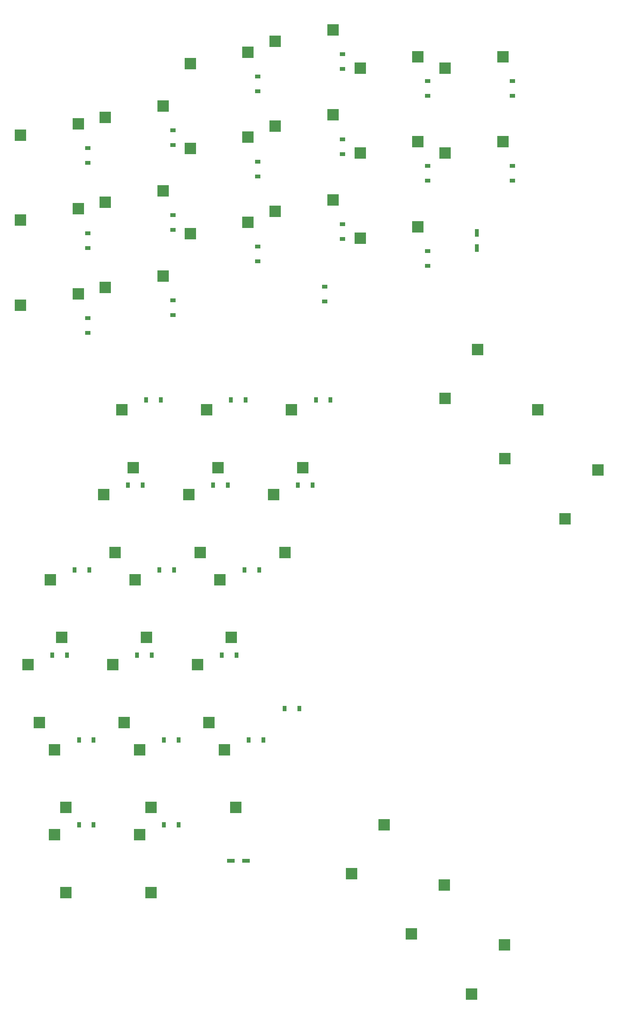
<source format=gbr>
%TF.GenerationSoftware,KiCad,Pcbnew,(6.0.7)*%
%TF.CreationDate,2022-08-26T13:32:48+02:00*%
%TF.ProjectId,lenz03_wired,6c656e7a-3033-45f7-9769-7265642e6b69,v1.0.0*%
%TF.SameCoordinates,Original*%
%TF.FileFunction,Paste,Bot*%
%TF.FilePolarity,Positive*%
%FSLAX46Y46*%
G04 Gerber Fmt 4.6, Leading zero omitted, Abs format (unit mm)*
G04 Created by KiCad (PCBNEW (6.0.7)) date 2022-08-26 13:32:48*
%MOMM*%
%LPD*%
G01*
G04 APERTURE LIST*
%ADD10R,0.900000X1.200000*%
%ADD11R,2.500000X2.550000*%
%ADD12R,1.200000X0.900000*%
%ADD13R,2.550000X2.500000*%
%ADD14R,0.900000X1.700000*%
%ADD15R,1.700000X0.900000*%
G04 APERTURE END LIST*
D10*
%TO.C,D26*%
X50311000Y-138712000D03*
X47011000Y-138712000D03*
%TD*%
D11*
%TO.C,S26*%
X37121000Y-134797000D03*
X34581000Y-121870000D03*
%TD*%
%TO.C,S36*%
X45121000Y-210797000D03*
X42581000Y-197870000D03*
%TD*%
D12*
%TO.C,D1*%
X31010000Y-85687000D03*
X31010000Y-82387000D03*
%TD*%
%TO.C,D12*%
X88010000Y-26687000D03*
X88010000Y-23387000D03*
%TD*%
D13*
%TO.C,S19*%
X124324155Y-113807149D03*
X131668873Y-102870329D03*
%TD*%
D12*
%TO.C,D17*%
X126010000Y-32687000D03*
X126010000Y-29387000D03*
%TD*%
D11*
%TO.C,S37*%
X26121000Y-210797000D03*
X23581000Y-197870000D03*
%TD*%
D10*
%TO.C,D19*%
X85311000Y-100712000D03*
X82011000Y-100712000D03*
%TD*%
D11*
%TO.C,S35*%
X26121000Y-191797000D03*
X23581000Y-178870000D03*
%TD*%
D13*
%TO.C,S4*%
X34925000Y-75497000D03*
X47852000Y-72957000D03*
%TD*%
D11*
%TO.C,S27*%
X63121000Y-153797000D03*
X60581000Y-140870000D03*
%TD*%
D13*
%TO.C,S2*%
X15925000Y-60497000D03*
X28852000Y-57957000D03*
%TD*%
%TO.C,S5*%
X34925000Y-56497000D03*
X47852000Y-53957000D03*
%TD*%
D14*
%TO.C,*%
X118010000Y-66737000D03*
X118010000Y-63337000D03*
%TD*%
D11*
%TO.C,S31*%
X39121000Y-172797000D03*
X36581000Y-159870000D03*
%TD*%
D13*
%TO.C,S12*%
X72925000Y-20497000D03*
X85852000Y-17957000D03*
%TD*%
D10*
%TO.C,D32*%
X51311000Y-176712000D03*
X48011000Y-176712000D03*
%TD*%
D13*
%TO.C,S1*%
X15925000Y-79497000D03*
X28852000Y-76957000D03*
%TD*%
D11*
%TO.C,S24*%
X75121000Y-134797000D03*
X72581000Y-121870000D03*
%TD*%
D12*
%TO.C,D3*%
X31010000Y-47687000D03*
X31010000Y-44387000D03*
%TD*%
D13*
%TO.C,S8*%
X53925000Y-44497000D03*
X66852000Y-41957000D03*
%TD*%
D11*
%TO.C,S23*%
X41121000Y-115797000D03*
X38581000Y-102870000D03*
%TD*%
D13*
%TO.C,S14*%
X91925000Y-45497000D03*
X104852000Y-42957000D03*
%TD*%
%TO.C,S18*%
X110889126Y-100372120D03*
X118233844Y-89435300D03*
%TD*%
%TO.C,S11*%
X72925000Y-39497000D03*
X85852000Y-36957000D03*
%TD*%
%TO.C,S3*%
X15925000Y-41497000D03*
X28852000Y-38957000D03*
%TD*%
%TO.C,S6*%
X34925000Y-37497000D03*
X47852000Y-34957000D03*
%TD*%
%TO.C,S10*%
X72925000Y-58497000D03*
X85852000Y-55957000D03*
%TD*%
D12*
%TO.C,D10*%
X88010000Y-64687000D03*
X88010000Y-61387000D03*
%TD*%
%TO.C,D11*%
X88010000Y-45687000D03*
X88010000Y-42387000D03*
%TD*%
D11*
%TO.C,S21*%
X79121000Y-115797000D03*
X76581000Y-102870000D03*
%TD*%
D12*
%TO.C,D18*%
X84010000Y-75387000D03*
X84010000Y-78687000D03*
%TD*%
%TO.C,D15*%
X107010000Y-32687000D03*
X107010000Y-29387000D03*
%TD*%
D15*
%TO.C,*%
X66361000Y-203712000D03*
X62961000Y-203712000D03*
%TD*%
D11*
%TO.C,S40*%
X116846475Y-233480887D03*
X124191193Y-222544067D03*
%TD*%
D10*
%TO.C,D23*%
X62311000Y-119712000D03*
X59011000Y-119712000D03*
%TD*%
D12*
%TO.C,D16*%
X126010000Y-51687000D03*
X126010000Y-48387000D03*
%TD*%
D10*
%TO.C,D24*%
X43311000Y-119712000D03*
X40011000Y-119712000D03*
%TD*%
%TO.C,D22*%
X81311000Y-119712000D03*
X78011000Y-119712000D03*
%TD*%
%TO.C,D20*%
X66311000Y-100712000D03*
X63011000Y-100712000D03*
%TD*%
D12*
%TO.C,D9*%
X69010000Y-31687000D03*
X69010000Y-28387000D03*
%TD*%
D11*
%TO.C,S29*%
X25121000Y-153797000D03*
X22581000Y-140870000D03*
%TD*%
D12*
%TO.C,D8*%
X69010000Y-50687000D03*
X69010000Y-47387000D03*
%TD*%
D10*
%TO.C,D25*%
X69311000Y-138712000D03*
X66011000Y-138712000D03*
%TD*%
D12*
%TO.C,D7*%
X69010000Y-69687000D03*
X69010000Y-66387000D03*
%TD*%
D13*
%TO.C,S15*%
X91925000Y-26497000D03*
X104852000Y-23957000D03*
%TD*%
D11*
%TO.C,S30*%
X58121000Y-172797000D03*
X55581000Y-159870000D03*
%TD*%
D13*
%TO.C,S20*%
X137759184Y-127242178D03*
X145103902Y-116305358D03*
%TD*%
D11*
%TO.C,S39*%
X103411446Y-220045858D03*
X110756164Y-209109038D03*
%TD*%
D10*
%TO.C,D27*%
X31311000Y-138712000D03*
X28011000Y-138712000D03*
%TD*%
D12*
%TO.C,D13*%
X107010000Y-70687000D03*
X107010000Y-67387000D03*
%TD*%
D13*
%TO.C,S7*%
X53925000Y-63497000D03*
X66852000Y-60957000D03*
%TD*%
D10*
%TO.C,D21*%
X47311000Y-100712000D03*
X44011000Y-100712000D03*
%TD*%
D12*
%TO.C,D5*%
X50010000Y-62687000D03*
X50010000Y-59387000D03*
%TD*%
D10*
%TO.C,D33*%
X32311000Y-176712000D03*
X29011000Y-176712000D03*
%TD*%
%TO.C,D30*%
X26311000Y-157712000D03*
X23011000Y-157712000D03*
%TD*%
D11*
%TO.C,S32*%
X20121000Y-172797000D03*
X17581000Y-159870000D03*
%TD*%
%TO.C,S38*%
X89976417Y-206610829D03*
X97321135Y-195674009D03*
%TD*%
D12*
%TO.C,D6*%
X50010000Y-43687000D03*
X50010000Y-40387000D03*
%TD*%
%TO.C,D14*%
X107010000Y-51687000D03*
X107010000Y-48387000D03*
%TD*%
D13*
%TO.C,S16*%
X110925000Y-45497000D03*
X123852000Y-42957000D03*
%TD*%
D11*
%TO.C,S28*%
X44121000Y-153797000D03*
X41581000Y-140870000D03*
%TD*%
D10*
%TO.C,D35*%
X32311000Y-195712000D03*
X29011000Y-195712000D03*
%TD*%
%TO.C,D28*%
X64311000Y-157712000D03*
X61011000Y-157712000D03*
%TD*%
D13*
%TO.C,S13*%
X91925000Y-64497000D03*
X104852000Y-61957000D03*
%TD*%
%TO.C,S9*%
X53925000Y-25497000D03*
X66852000Y-22957000D03*
%TD*%
D11*
%TO.C,S25*%
X56121000Y-134797000D03*
X53581000Y-121870000D03*
%TD*%
D10*
%TO.C,D31*%
X70311000Y-176712000D03*
X67011000Y-176712000D03*
%TD*%
D12*
%TO.C,D4*%
X50010000Y-81687000D03*
X50010000Y-78387000D03*
%TD*%
D10*
%TO.C,D34*%
X51311000Y-195712000D03*
X48011000Y-195712000D03*
%TD*%
D11*
%TO.C,S33*%
X64121000Y-191797000D03*
X61581000Y-178870000D03*
%TD*%
%TO.C,S22*%
X60121000Y-115797000D03*
X57581000Y-102870000D03*
%TD*%
D10*
%TO.C,D29*%
X45311000Y-157712000D03*
X42011000Y-157712000D03*
%TD*%
D13*
%TO.C,S17*%
X110925000Y-26497000D03*
X123852000Y-23957000D03*
%TD*%
D10*
%TO.C,D36*%
X75011000Y-169712000D03*
X78311000Y-169712000D03*
%TD*%
D12*
%TO.C,D2*%
X31010000Y-66687000D03*
X31010000Y-63387000D03*
%TD*%
D11*
%TO.C,S34*%
X45121000Y-191797000D03*
X42581000Y-178870000D03*
%TD*%
M02*

</source>
